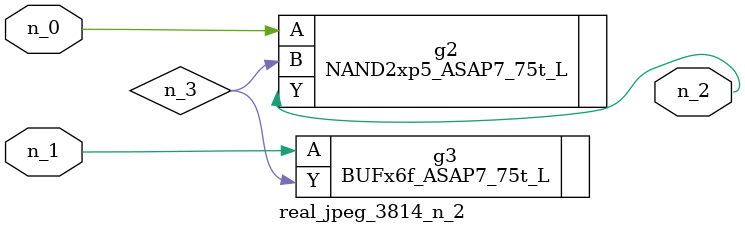
<source format=v>
module real_jpeg_3814_n_2 (n_1, n_0, n_2);

input n_1;
input n_0;

output n_2;

wire n_3;

NAND2xp5_ASAP7_75t_L g2 ( 
.A(n_0),
.B(n_3),
.Y(n_2)
);

BUFx6f_ASAP7_75t_L g3 ( 
.A(n_1),
.Y(n_3)
);


endmodule
</source>
